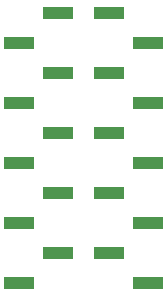
<source format=gbp>
G04 #@! TF.GenerationSoftware,KiCad,Pcbnew,9.0.6*
G04 #@! TF.CreationDate,2026-01-02T23:11:15-06:00*
G04 #@! TF.ProjectId,DHVQFN-16_4.15x3.65_P0.5,44485651-464e-42d3-9136-5f342e313578,rev?*
G04 #@! TF.SameCoordinates,Original*
G04 #@! TF.FileFunction,Paste,Bot*
G04 #@! TF.FilePolarity,Positive*
%FSLAX46Y46*%
G04 Gerber Fmt 4.6, Leading zero omitted, Abs format (unit mm)*
G04 Created by KiCad (PCBNEW 9.0.6) date 2026-01-02 23:11:15*
%MOMM*%
%LPD*%
G01*
G04 APERTURE LIST*
%ADD10R,2.510000X1.000000*%
G04 APERTURE END LIST*
D10*
X130941000Y-99822000D03*
X127631000Y-102362000D03*
X130941000Y-104902000D03*
X127631000Y-107442000D03*
X130941000Y-109982000D03*
X127631000Y-112522000D03*
X130941000Y-115062000D03*
X127631000Y-117602000D03*
X130941000Y-120142000D03*
X127631000Y-122682000D03*
X135251000Y-99822000D03*
X138561000Y-102362000D03*
X135251000Y-104902000D03*
X138561000Y-107442000D03*
X135251000Y-109982000D03*
X138561000Y-112522000D03*
X135251000Y-115062000D03*
X138561000Y-117602000D03*
X135251000Y-120142000D03*
X138561000Y-122682000D03*
M02*

</source>
